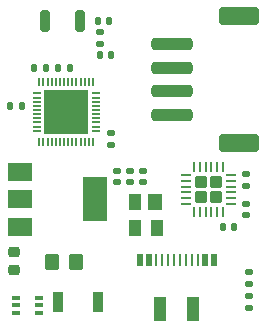
<source format=gbr>
%TF.GenerationSoftware,KiCad,Pcbnew,(6.0.0-0)*%
%TF.CreationDate,2022-12-06T19:34:54+01:00*%
%TF.ProjectId,esp32-led,65737033-322d-46c6-9564-2e6b69636164,rev?*%
%TF.SameCoordinates,Original*%
%TF.FileFunction,Paste,Top*%
%TF.FilePolarity,Positive*%
%FSLAX46Y46*%
G04 Gerber Fmt 4.6, Leading zero omitted, Abs format (unit mm)*
G04 Created by KiCad (PCBNEW (6.0.0-0)) date 2022-12-06 19:34:54*
%MOMM*%
%LPD*%
G01*
G04 APERTURE LIST*
G04 Aperture macros list*
%AMRoundRect*
0 Rectangle with rounded corners*
0 $1 Rounding radius*
0 $2 $3 $4 $5 $6 $7 $8 $9 X,Y pos of 4 corners*
0 Add a 4 corners polygon primitive as box body*
4,1,4,$2,$3,$4,$5,$6,$7,$8,$9,$2,$3,0*
0 Add four circle primitives for the rounded corners*
1,1,$1+$1,$2,$3*
1,1,$1+$1,$4,$5*
1,1,$1+$1,$6,$7*
1,1,$1+$1,$8,$9*
0 Add four rect primitives between the rounded corners*
20,1,$1+$1,$2,$3,$4,$5,0*
20,1,$1+$1,$4,$5,$6,$7,0*
20,1,$1+$1,$6,$7,$8,$9,0*
20,1,$1+$1,$8,$9,$2,$3,0*%
G04 Aperture macros list end*
%ADD10RoundRect,0.140000X-0.140000X-0.170000X0.140000X-0.170000X0.140000X0.170000X-0.140000X0.170000X0*%
%ADD11RoundRect,0.200000X0.200000X0.700000X-0.200000X0.700000X-0.200000X-0.700000X0.200000X-0.700000X0*%
%ADD12R,1.200000X1.400000*%
%ADD13R,1.000000X1.400000*%
%ADD14RoundRect,0.250000X0.275000X-0.275000X0.275000X0.275000X-0.275000X0.275000X-0.275000X-0.275000X0*%
%ADD15RoundRect,0.062500X0.062500X-0.350000X0.062500X0.350000X-0.062500X0.350000X-0.062500X-0.350000X0*%
%ADD16RoundRect,0.062500X0.350000X-0.062500X0.350000X0.062500X-0.350000X0.062500X-0.350000X-0.062500X0*%
%ADD17R,0.900000X1.700000*%
%ADD18RoundRect,0.140000X-0.170000X0.140000X-0.170000X-0.140000X0.170000X-0.140000X0.170000X0.140000X0*%
%ADD19RoundRect,0.135000X-0.185000X0.135000X-0.185000X-0.135000X0.185000X-0.135000X0.185000X0.135000X0*%
%ADD20RoundRect,0.135000X0.135000X0.185000X-0.135000X0.185000X-0.135000X-0.185000X0.135000X-0.185000X0*%
%ADD21RoundRect,0.140000X0.140000X0.170000X-0.140000X0.170000X-0.140000X-0.170000X0.140000X-0.170000X0*%
%ADD22R,1.000000X2.000000*%
%ADD23R,0.520000X1.000000*%
%ADD24R,0.270000X1.000000*%
%ADD25R,3.750000X3.750000*%
%ADD26R,0.800000X0.150000*%
%ADD27R,0.150000X0.800000*%
%ADD28RoundRect,0.225000X-0.250000X0.225000X-0.250000X-0.225000X0.250000X-0.225000X0.250000X0.225000X0*%
%ADD29RoundRect,0.135000X0.185000X-0.135000X0.185000X0.135000X-0.185000X0.135000X-0.185000X-0.135000X0*%
%ADD30RoundRect,0.250000X1.500000X-0.250000X1.500000X0.250000X-1.500000X0.250000X-1.500000X-0.250000X0*%
%ADD31RoundRect,0.250001X1.449999X-0.499999X1.449999X0.499999X-1.449999X0.499999X-1.449999X-0.499999X0*%
%ADD32RoundRect,0.250000X0.350000X0.450000X-0.350000X0.450000X-0.350000X-0.450000X0.350000X-0.450000X0*%
%ADD33RoundRect,0.147500X-0.172500X0.147500X-0.172500X-0.147500X0.172500X-0.147500X0.172500X0.147500X0*%
%ADD34R,0.650000X0.400000*%
%ADD35R,2.000000X1.500000*%
%ADD36R,2.000000X3.800000*%
G04 APERTURE END LIST*
D10*
%TO.C,C1*%
X24585000Y27175000D03*
X25545000Y27175000D03*
%TD*%
D11*
%TO.C,A1*%
X23120000Y27175000D03*
X20120000Y27175000D03*
%TD*%
D12*
%TO.C,D1*%
X29470000Y11800000D03*
D13*
X27750000Y11800000D03*
X27750000Y9600000D03*
X29650000Y9600000D03*
%TD*%
D14*
%TO.C,U1*%
X34630000Y12250000D03*
X34630000Y13550000D03*
X33330000Y13550000D03*
X33330000Y12250000D03*
D15*
X32730000Y10962500D03*
X33230000Y10962500D03*
X33730000Y10962500D03*
X34230000Y10962500D03*
X34730000Y10962500D03*
X35230000Y10962500D03*
D16*
X35917500Y11650000D03*
X35917500Y12150000D03*
X35917500Y12650000D03*
X35917500Y13150000D03*
X35917500Y13650000D03*
X35917500Y14150000D03*
D15*
X35230000Y14837500D03*
X34730000Y14837500D03*
X34230000Y14837500D03*
X33730000Y14837500D03*
X33230000Y14837500D03*
X32730000Y14837500D03*
D16*
X32042500Y14150000D03*
X32042500Y13650000D03*
X32042500Y13150000D03*
X32042500Y12650000D03*
X32042500Y12150000D03*
X32042500Y11650000D03*
%TD*%
D17*
%TO.C,SW1*%
X21200000Y3350000D03*
X24600000Y3350000D03*
%TD*%
D18*
%TO.C,C7*%
X26250000Y14480000D03*
X26250000Y13520000D03*
%TD*%
D19*
%TO.C,R7*%
X37400000Y3885000D03*
X37400000Y2865000D03*
%TD*%
D20*
%TO.C,R1*%
X22230000Y23190000D03*
X21210000Y23190000D03*
%TD*%
D21*
%TO.C,C3*%
X20200000Y23190000D03*
X19240000Y23190000D03*
%TD*%
D22*
%TO.C,J1*%
X32700000Y2750000D03*
X29900000Y2750000D03*
D23*
X28200000Y6950000D03*
X28950000Y6950000D03*
D24*
X29550000Y6950000D03*
X31050000Y6950000D03*
X32050000Y6950000D03*
X33050000Y6950000D03*
D23*
X33650000Y6950000D03*
X34400000Y6950000D03*
X34400000Y6950000D03*
X33650000Y6950000D03*
D24*
X32550000Y6950000D03*
X31550000Y6950000D03*
X30550000Y6950000D03*
X30050000Y6950000D03*
D23*
X28950000Y6950000D03*
X28200000Y6950000D03*
%TD*%
D20*
%TO.C,R2*%
X18150000Y19980000D03*
X17130000Y19980000D03*
%TD*%
D25*
%TO.C,IC1*%
X21925000Y19450000D03*
D26*
X24425000Y21025000D03*
X24425000Y20675000D03*
X24425000Y20325000D03*
X24425000Y19975000D03*
X24425000Y19625000D03*
X24425000Y19275000D03*
X24425000Y18925000D03*
X24425000Y18575000D03*
X24425000Y18225000D03*
X24425000Y17875000D03*
D27*
X24200000Y16900000D03*
X23850000Y16900000D03*
X23500000Y16900000D03*
X23150000Y16900000D03*
X22800000Y16900000D03*
X22450000Y16900000D03*
X22100000Y16900000D03*
X21750000Y16900000D03*
X21400000Y16900000D03*
X21050000Y16900000D03*
X20700000Y16900000D03*
X20350000Y16900000D03*
X20000000Y16900000D03*
X19650000Y16900000D03*
D26*
X19425000Y17875000D03*
X19425000Y18225000D03*
X19425000Y18575000D03*
X19425000Y18925000D03*
X19425000Y19275000D03*
X19425000Y19625000D03*
X19425000Y19975000D03*
X19425000Y20325000D03*
X19425000Y20675000D03*
X19425000Y21025000D03*
D27*
X19650000Y22000000D03*
X20000000Y22000000D03*
X20350000Y22000000D03*
X20700000Y22000000D03*
X21050000Y22000000D03*
X21400000Y22000000D03*
X21750000Y22000000D03*
X22100000Y22000000D03*
X22450000Y22000000D03*
X22800000Y22000000D03*
X23150000Y22000000D03*
X23500000Y22000000D03*
X23850000Y22000000D03*
X24200000Y22000000D03*
%TD*%
D18*
%TO.C,C8*%
X27350000Y14480000D03*
X27350000Y13520000D03*
%TD*%
%TO.C,C4*%
X37180000Y11680000D03*
X37180000Y10720000D03*
%TD*%
D28*
%TO.C,C6*%
X17550000Y7625000D03*
X17550000Y6075000D03*
%TD*%
D29*
%TO.C,R6*%
X37400000Y4915000D03*
X37400000Y5935000D03*
%TD*%
D30*
%TO.C,J3*%
X30850000Y19200000D03*
X30850000Y21200000D03*
X30850000Y23200000D03*
X30850000Y25200000D03*
D31*
X36600000Y27550000D03*
X36600000Y16850000D03*
%TD*%
D32*
%TO.C,R5*%
X22750000Y6750000D03*
X20750000Y6750000D03*
%TD*%
D10*
%TO.C,C5*%
X35200000Y9700000D03*
X36160000Y9700000D03*
%TD*%
D19*
%TO.C,R3*%
X37180000Y14210000D03*
X37180000Y13190000D03*
%TD*%
D33*
%TO.C,L1*%
X24815000Y26210000D03*
X24815000Y25240000D03*
%TD*%
D18*
%TO.C,C9*%
X28450000Y14480000D03*
X28450000Y13520000D03*
%TD*%
D29*
%TO.C,R4*%
X25700000Y16690000D03*
X25700000Y17710000D03*
%TD*%
D10*
%TO.C,C2*%
X24780000Y24250000D03*
X25740000Y24250000D03*
%TD*%
D34*
%TO.C,Q1*%
X17700000Y3750000D03*
X17700000Y3100000D03*
X17700000Y2450000D03*
X19600000Y2450000D03*
X19600000Y3100000D03*
X19600000Y3750000D03*
%TD*%
D35*
%TO.C,U2*%
X18050000Y14350000D03*
D36*
X24350000Y12050000D03*
D35*
X18050000Y12050000D03*
X18050000Y9750000D03*
%TD*%
M02*

</source>
